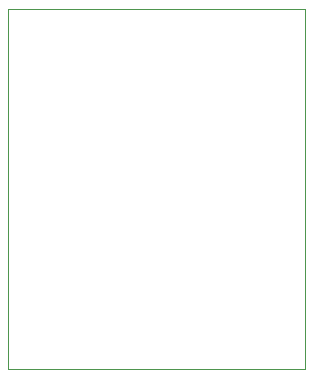
<source format=gbr>
G04 (created by PCBNEW (2013-jul-07)-stable) date Mon 11 May 2015 05:44:55 PM EDT*
%MOIN*%
G04 Gerber Fmt 3.4, Leading zero omitted, Abs format*
%FSLAX34Y34*%
G01*
G70*
G90*
G04 APERTURE LIST*
%ADD10C,0.00590551*%
%ADD11C,0.00393701*%
G04 APERTURE END LIST*
G54D10*
G54D11*
X23900Y-33600D02*
X33800Y-33600D01*
X23900Y-21600D02*
X23900Y-33600D01*
X33800Y-21600D02*
X23900Y-21600D01*
X33800Y-33600D02*
X33800Y-21600D01*
M02*

</source>
